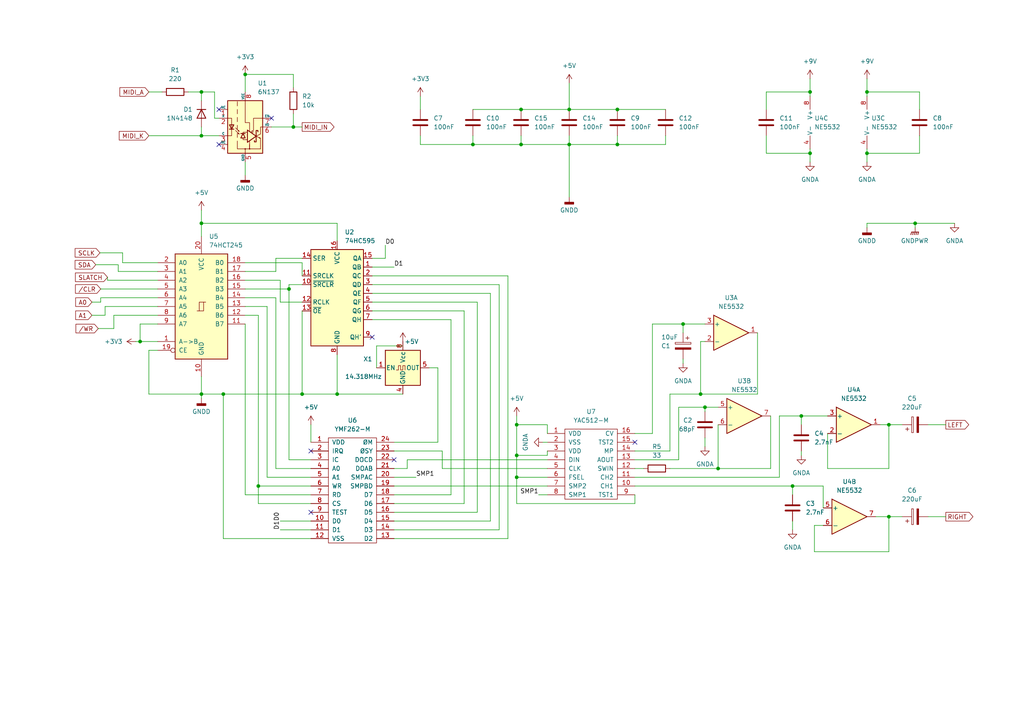
<source format=kicad_sch>
(kicad_sch (version 20230121) (generator eeschema)
  (paper "A4")
  (lib_symbols
    (symbol "74xx:74HC245" (pin_names (offset 1.016))
      (property "Reference" "U" (at -7.62 16.51 0))
      (property "Value" "74HC245" (at -7.62 -16.51 0))
      (symbol "74HC245_1_0"
        (polyline (pts (xy -0.635 -1.27) (xy -0.635 1.27) (xy 0.635 1.27)))
        (polyline (pts (xy -1.27 -1.27) (xy 0.635 -1.27) (xy 0.635 1.27) (xy 1.27 1.27)))
        (pin input line (at -12.7 -10.16 0) (length 5.08) (name "A->B") (number "1"))
        (pin power_in line (at 0 -20.32 90) (length 5.08) (name "GND") (number "10"))
        (pin tri_state line (at 12.7 -5.08 180) (length 5.08) (name "B7") (number "11"))
        (pin tri_state line (at 12.7 -2.54 180) (length 5.08) (name "B6") (number "12"))
        (pin tri_state line (at 12.7 0 180) (length 5.08) (name "B5") (number "13"))
        (pin tri_state line (at 12.7 2.54 180) (length 5.08) (name "B4") (number "14"))
        (pin tri_state line (at 12.7 5.08 180) (length 5.08) (name "B3") (number "15"))
        (pin tri_state line (at 12.7 7.62 180) (length 5.08) (name "B2") (number "16"))
        (pin tri_state line (at 12.7 10.16 180) (length 5.08) (name "B1") (number "17"))
        (pin tri_state line (at 12.7 12.7 180) (length 5.08) (name "B0") (number "18"))
        (pin input inverted (at -12.7 -12.7 0) (length 5.08) (name "CE") (number "19"))
        (pin tri_state line (at -12.7 12.7 0) (length 5.08) (name "A0") (number "2"))
        (pin power_in line (at 0 20.32 270) (length 5.08) (name "VCC") (number "20"))
        (pin tri_state line (at -12.7 10.16 0) (length 5.08) (name "A1") (number "3"))
        (pin tri_state line (at -12.7 7.62 0) (length 5.08) (name "A2") (number "4"))
        (pin tri_state line (at -12.7 5.08 0) (length 5.08) (name "A3") (number "5"))
        (pin tri_state line (at -12.7 2.54 0) (length 5.08) (name "A4") (number "6"))
        (pin tri_state line (at -12.7 0 0) (length 5.08) (name "A5") (number "7"))
        (pin tri_state line (at -12.7 -2.54 0) (length 5.08) (name "A6") (number "8"))
        (pin tri_state line (at -12.7 -5.08 0) (length 5.08) (name "A7") (number "9"))
      )
      (symbol "74HC245_1_1"
        (rectangle (start -7.62 15.24) (end 7.62 -15.24) (stroke (width 0.254)) (fill (type background)))
      )
    )
    (symbol "74xx:74HC595"
      (property "Reference" "U" (at -7.62 13.97 0))
      (property "Value" "74HC595" (at -7.62 -16.51 0))
      (symbol "74HC595_1_0"
        (pin tri_state line (at 10.16 7.62 180) (length 2.54) (name "QB") (number "1"))
        (pin input line (at -10.16 2.54 0) (length 2.54) (name "~{SRCLR}") (number "10"))
        (pin input line (at -10.16 5.08 0) (length 2.54) (name "SRCLK") (number "11"))
        (pin input line (at -10.16 -2.54 0) (length 2.54) (name "RCLK") (number "12"))
        (pin input line (at -10.16 -5.08 0) (length 2.54) (name "~{OE}") (number "13"))
        (pin input line (at -10.16 10.16 0) (length 2.54) (name "SER") (number "14"))
        (pin tri_state line (at 10.16 10.16 180) (length 2.54) (name "QA") (number "15"))
        (pin power_in line (at 0 15.24 270) (length 2.54) (name "VCC") (number "16"))
        (pin tri_state line (at 10.16 5.08 180) (length 2.54) (name "QC") (number "2"))
        (pin tri_state line (at 10.16 2.54 180) (length 2.54) (name "QD") (number "3"))
        (pin tri_state line (at 10.16 0 180) (length 2.54) (name "QE") (number "4"))
        (pin tri_state line (at 10.16 -2.54 180) (length 2.54) (name "QF") (number "5"))
        (pin tri_state line (at 10.16 -5.08 180) (length 2.54) (name "QG") (number "6"))
        (pin tri_state line (at 10.16 -7.62 180) (length 2.54) (name "QH") (number "7"))
        (pin power_in line (at 0 -17.78 90) (length 2.54) (name "GND") (number "8"))
        (pin output line (at 10.16 -12.7 180) (length 2.54) (name "QH'") (number "9"))
      )
      (symbol "74HC595_1_1"
        (rectangle (start -7.62 12.7) (end 7.62 -15.24) (stroke (width 0.254)) (fill (type background)))
      )
    )
    (symbol "Amplifier_Operational:NE5532" (pin_names (offset 0.127))
      (property "Reference" "U" (at 0 5.08 0))
      (property "Value" "NE5532" (at 0 -5.08 0))
      (symbol "NE5532_1_1"
        (polyline (pts (xy -5.08 5.08) (xy 5.08 0) (xy -5.08 -5.08) (xy -5.08 5.08)) (stroke (width 0.254)) (fill (type background)))
        (pin output line (at 7.62 0 180) (length 2.54) (name "~") (number "1"))
        (pin input line (at -7.62 -2.54 0) (length 2.54) (name "-") (number "2"))
        (pin input line (at -7.62 2.54 0) (length 2.54) (name "+") (number "3"))
      )
      (symbol "NE5532_2_1"
        (polyline (pts (xy -5.08 5.08) (xy 5.08 0) (xy -5.08 -5.08) (xy -5.08 5.08)) (stroke (width 0.254)) (fill (type background)))
        (pin input line (at -7.62 2.54 0) (length 2.54) (name "+") (number "5"))
        (pin input line (at -7.62 -2.54 0) (length 2.54) (name "-") (number "6"))
        (pin output line (at 7.62 0 180) (length 2.54) (name "~") (number "7"))
      )
      (symbol "NE5532_3_1"
        (pin power_in line (at -2.54 -7.62 90) (length 3.81) (name "V-") (number "4"))
        (pin power_in line (at -2.54 7.62 270) (length 3.81) (name "V+") (number "8"))
      )
    )
    (symbol "Device:C" (pin_numbers hide) (pin_names (offset 0.254))
      (property "Reference" "C" (at 0.635 2.54 0))
      (property "Value" "C" (at 0.635 -2.54 0))
      (symbol "C_0_1"
        (polyline (pts (xy -2.032 -0.762) (xy 2.032 -0.762)) (stroke (width 0.508)))
        (polyline (pts (xy -2.032 0.762) (xy 2.032 0.762)) (stroke (width 0.508)))
      )
      (symbol "C_1_1"
        (pin passive line (at 0 3.81 270) (length 2.794) (name "~") (number "1"))
        (pin passive line (at 0 -3.81 90) (length 2.794) (name "~") (number "2"))
      )
    )
    (symbol "Device:C_Polarized" (pin_numbers hide) (pin_names (offset 0.254))
      (property "Reference" "C" (at 0.635 2.54 0))
      (property "Value" "C_Polarized" (at 0.635 -2.54 0))
      (symbol "C_Polarized_0_1"
        (rectangle (start -2.286 0.508) (end 2.286 1.016))
        (polyline (pts (xy -1.778 2.286) (xy -0.762 2.286)))
        (polyline (pts (xy -1.27 2.794) (xy -1.27 1.778)))
        (rectangle (start 2.286 -0.508) (end -2.286 -1.016) (fill (type outline)))
      )
      (symbol "C_Polarized_1_1"
        (pin passive line (at 0 3.81 270) (length 2.794) (name "~") (number "1"))
        (pin passive line (at 0 -3.81 90) (length 2.794) (name "~") (number "2"))
      )
    )
    (symbol "Device:R" (pin_numbers hide) (pin_names (offset 0))
      (property "Reference" "R" (at 2.032 0 90))
      (property "Value" "R" (at 0 0 90))
      (symbol "R_0_1"
        (rectangle (start -1.016 -2.54) (end 1.016 2.54) (stroke (width 0.254)))
      )
      (symbol "R_1_1"
        (pin passive line (at 0 3.81 270) (length 1.27) (name "~") (number "1"))
        (pin passive line (at 0 -3.81 90) (length 1.27) (name "~") (number "2"))
      )
    )
    (symbol "Diode:1N4148" (pin_numbers hide) (pin_names hide)
      (property "Reference" "D" (at 0 2.54 0))
      (property "Value" "1N4148" (at 0 -2.54 0))
      (symbol "1N4148_0_1"
        (polyline (pts (xy -1.27 1.27) (xy -1.27 -1.27)) (stroke (width 0.254)))
        (polyline (pts (xy 1.27 0) (xy -1.27 0)))
        (polyline (pts (xy 1.27 1.27) (xy 1.27 -1.27) (xy -1.27 0) (xy 1.27 1.27)) (stroke (width 0.254)))
      )
      (symbol "1N4148_1_1"
        (pin passive line (at -3.81 0 0) (length 2.54) (name "K") (number "1"))
        (pin passive line (at 3.81 0 180) (length 2.54) (name "A") (number "2"))
      )
    )
    (symbol "Isolator:6N137" (pin_names (offset 0))
      (property "Reference" "U" (at -4.064 8.89 0))
      (property "Value" "6N137" (at 0 -8.89 0))
      (symbol "6N137_0_1"
        (polyline (pts (xy 0 -6.35) (xy -2.286 -6.35) (xy -2.286 -4.064)))
        (polyline (pts (xy -5.08 -2.54) (xy -3.937 -2.54) (xy -3.937 2.54) (xy -5.08 2.54)))
        (polyline (pts (xy 1.27 -5.08) (xy 1.27 -6.35) (xy 0 -6.35) (xy 0 -7.62)))
        (polyline (pts (xy 3.175 -2.667) (xy 0.635 -4.445) (xy 0.635 -0.889) (xy 3.175 -2.667)) (stroke (width 0.254)))
        (polyline (pts (xy -2.794 -1.016) (xy -1.717 -2.093) (xy -2.076 -1.914) (xy -1.896 -1.734) (xy -1.717 -2.093)))
        (polyline (pts (xy -2.794 -0.254) (xy -1.717 -1.331) (xy -2.076 -1.152) (xy -1.896 -0.972) (xy -1.717 -1.331)))
      )
      (symbol "6N137_1_1"
        (rectangle (start -5.08 7.62) (end 5.08 -7.62) (stroke (width 0.254)) (fill (type background)))
        (circle (center 0 -6.35) (radius 0.127) (fill (type outline)))
        (polyline (pts (xy -4.572 -0.635) (xy -3.302 -0.635)) (stroke (width 0.254)))
        (polyline (pts (xy -2.286 -1.778) (xy -2.286 -3.048)))
        (polyline (pts (xy -2.286 0.508) (xy -2.286 -0.762)))
        (polyline (pts (xy -2.286 2.794) (xy -2.286 1.524)))
        (polyline (pts (xy -2.286 5.08) (xy -2.286 3.81)))
        (polyline (pts (xy -2.286 7.366) (xy -2.286 6.096)))
        (polyline (pts (xy -1.27 -1.905) (xy 0 -1.905)) (stroke (width 0.254)))
        (polyline (pts (xy -0.635 -3.302) (xy -0.635 -3.683) (xy 0.635 -3.683)))
        (polyline (pts (xy -0.635 -1.905) (xy -0.635 -1.524) (xy 0.508 -1.524)))
        (polyline (pts (xy 1.27 -4.064) (xy 1.27 -6.35) (xy 4.445 -6.35)))
        (polyline (pts (xy 3.175 -2.667) (xy 4.445 -3.302) (xy 4.445 -6.35)))
        (polyline (pts (xy -3.937 -0.635) (xy -4.572 0.635) (xy -3.302 0.635) (xy -3.937 -0.635)) (stroke (width 0.254)))
        (polyline (pts (xy -0.635 -1.905) (xy -1.27 -3.175) (xy 0 -3.175) (xy -0.635 -1.905)) (stroke (width 0.254)))
        (polyline (pts (xy 1.27 -1.27) (xy 1.27 1.27) (xy 0 1.27) (xy 0 7.62)))
        (polyline (pts (xy 2.1844 -1.1684) (xy 2.413 -0.889) (xy 2.413 2.54) (xy 5.08 2.54)))
        (polyline (pts (xy 3.175 -2.667) (xy 3.175 -4.318) (xy 2.667 -4.318) (xy 2.667 -3.937)) (stroke (width 0.254)))
        (polyline (pts (xy 3.175 -2.667) (xy 3.175 -1.016) (xy 3.683 -1.016) (xy 3.683 -1.397)) (stroke (width 0.254)))
        (polyline (pts (xy 3.175 -2.667) (xy 4.445 -2.032) (xy 4.445 0) (xy 5.08 0)))
        (polyline (pts (xy 4.445 -3.302) (xy 4.161 -3.018) (xy 4.047 -3.246) (xy 4.445 -3.302)) (stroke (width 0.127)) (fill (type outline)))
        (circle (center 1.27 -6.35) (radius 0.127) (fill (type outline)))
        (circle (center 2.032 -1.397) (radius 0.254))
        (pin passive line (at -7.62 5.08 0) (length 2.54) (name "NC") (number "1"))
        (pin passive line (at -7.62 2.54 0) (length 2.54) (name "A") (number "2"))
        (pin passive line (at -7.62 -2.54 0) (length 2.54) (name "C") (number "3"))
        (pin passive line (at -7.62 -5.08 0) (length 2.54) (name "NC") (number "4"))
        (pin power_in line (at 0 -10.16 90) (length 2.54) (name "GND") (number "5"))
        (pin open_collector line (at 7.62 0 180) (length 2.54) (name "VO") (number "6"))
        (pin input line (at 7.62 2.54 180) (length 2.54) (name "EN") (number "7"))
        (pin power_in line (at 0 10.16 270) (length 2.54) (name "VCC") (number "8"))
      )
    )
    (symbol "OPL3:YAC512-M" (pin_names (offset 1.016))
      (property "Reference" "U" (at 6.35 5.08 0))
      (property "Value" "YAC512-M" (at 10.16 2.54 0))
      (symbol "YAC512-M_0_1"
        (rectangle (start 5.08 1.27) (end 20.32 -19.05))
      )
      (symbol "YAC512-M_1_1"
        (pin input line (at 0 0 0) (length 5.08) (name "VDD") (number "1"))
        (pin input line (at 25.4 -15.24 180) (length 5.08) (name "CH1") (number "10"))
        (pin input line (at 25.4 -12.7 180) (length 5.08) (name "CH2") (number "11"))
        (pin input line (at 25.4 -10.16 180) (length 5.08) (name "SWIN") (number "12"))
        (pin input line (at 25.4 -7.62 180) (length 5.08) (name "AOUT") (number "13"))
        (pin input line (at 25.4 -5.08 180) (length 5.08) (name "MP") (number "14"))
        (pin input line (at 25.4 -2.54 180) (length 5.08) (name "TST2") (number "15"))
        (pin input line (at 25.4 0 180) (length 5.08) (name "CV") (number "16"))
        (pin input line (at 0 -2.54 0) (length 5.08) (name "VSS") (number "2"))
        (pin input line (at 0 -5.08 0) (length 5.08) (name "VDD") (number "3"))
        (pin input line (at 0 -7.62 0) (length 5.08) (name "DIN") (number "4"))
        (pin input line (at 0 -10.16 0) (length 5.08) (name "CLK") (number "5"))
        (pin input line (at 0 -12.7 0) (length 5.08) (name "FSEL") (number "6"))
        (pin input line (at 0 -15.24 0) (length 5.08) (name "SMP2") (number "7"))
        (pin input line (at 0 -17.78 0) (length 5.08) (name "SMP1") (number "8"))
        (pin input line (at 25.4 -17.78 180) (length 5.08) (name "TST1") (number "9"))
      )
    )
    (symbol "OPL3:YMF262-M" (pin_names (offset 1.016))
      (property "Reference" "U" (at 2.54 5.08 0))
      (property "Value" "YMF262-M" (at 6.35 2.54 0))
      (symbol "YMF262-M_0_1"
        (rectangle (start 0 1.27) (end 13.97 -29.21))
      )
      (symbol "YMF262-M_1_1"
        (pin input line (at -5.08 0 0) (length 5.08) (name "VDD") (number "1"))
        (pin input line (at -5.08 -22.86 0) (length 5.08) (name "D0") (number "10"))
        (pin input line (at -5.08 -25.4 0) (length 5.08) (name "D1") (number "11"))
        (pin input line (at -5.08 -27.94 0) (length 5.08) (name "VSS") (number "12"))
        (pin input line (at 19.05 -27.94 180) (length 5.08) (name "D2") (number "13"))
        (pin input line (at 19.05 -25.4 180) (length 5.08) (name "D3") (number "14"))
        (pin input line (at 19.05 -22.86 180) (length 5.08) (name "D4") (number "15"))
        (pin input line (at 19.05 -20.32 180) (length 5.08) (name "D5") (number "16"))
        (pin input line (at 19.05 -17.78 180) (length 5.08) (name "D6") (number "17"))
        (pin input line (at 19.05 -15.24 180) (length 5.08) (name "D7") (number "18"))
        (pin input line (at 19.05 -12.7 180) (length 5.08) (name "SMPBD") (number "19"))
        (pin input line (at -5.08 -2.54 0) (length 5.08) (name "IRQ") (number "2"))
        (pin input line (at 19.05 -10.16 180) (length 5.08) (name "SMPAC") (number "20"))
        (pin input line (at 19.05 -7.62 180) (length 5.08) (name "DOAB") (number "21"))
        (pin input line (at 19.05 -5.08 180) (length 5.08) (name "DOCD") (number "22"))
        (pin input line (at 19.05 -2.54 180) (length 5.08) (name "ØSY") (number "23"))
        (pin input line (at 19.05 0 180) (length 5.08) (name "ØM") (number "24"))
        (pin input line (at -5.08 -5.08 0) (length 5.08) (name "IC") (number "3"))
        (pin input line (at -5.08 -7.62 0) (length 5.08) (name "A0") (number "4"))
        (pin input line (at -5.08 -10.16 0) (length 5.08) (name "A1") (number "5"))
        (pin input line (at -5.08 -12.7 0) (length 5.08) (name "WR") (number "6"))
        (pin input line (at -5.08 -15.24 0) (length 5.08) (name "RD") (number "7"))
        (pin input line (at -5.08 -17.78 0) (length 5.08) (name "CS") (number "8"))
        (pin input line (at -5.08 -20.32 0) (length 5.08) (name "TEST") (number "9"))
      )
    )
    (symbol "Oscillator:CXO_DIP8" (pin_names (offset 0.254))
      (property "Reference" "X" (at -5.08 6.35 0))
      (property "Value" "CXO_DIP8" (at 1.27 -6.35 0))
      (symbol "CXO_DIP8_0_1"
        (rectangle (start -5.08 5.08) (end 5.08 -5.08) (stroke (width 0.254)) (fill (type background)))
        (polyline (pts (xy -1.905 -0.635) (xy -1.27 -0.635) (xy -1.27 0.635) (xy -0.635 0.635) (xy -0.635 -0.635) (xy 0 -0.635) (xy 0 0.635) (xy 0.635 0.635) (xy 0.635 -0.635)))
      )
      (symbol "CXO_DIP8_1_1"
        (pin input line (at -7.62 0 0) (length 2.54) (name "EN") (number "1"))
        (pin power_in line (at 0 -7.62 90) (length 2.54) (name "GND") (number "4"))
        (pin output line (at 7.62 0 180) (length 2.54) (name "OUT") (number "5"))
        (pin power_in line (at 0 7.62 270) (length 2.54) (name "Vcc") (number "8"))
      )
    )
    (symbol "power:+3V3" (power) (pin_names (offset 0))
      (property "Value" "+3V3" (at 0 3.556 0))
      (symbol "+3V3_0_1"
        (polyline (pts (xy -0.762 1.27) (xy 0 2.54)))
        (polyline (pts (xy 0 0) (xy 0 2.54)))
        (polyline (pts (xy 0 2.54) (xy 0.762 1.27)))
      )
      (symbol "+3V3_1_1"
        (pin power_in line (at 0 0 90) (length 0) hide (name "+3V3") (number "1"))
      )
    )
    (symbol "power:+5V" (power) (pin_names (offset 0))
      (property "Value" "+5V" (at 0 3.556 0))
      (symbol "+5V_0_1"
        (polyline (pts (xy -0.762 1.27) (xy 0 2.54)))
        (polyline (pts (xy 0 0) (xy 0 2.54)))
        (polyline (pts (xy 0 2.54) (xy 0.762 1.27)))
      )
      (symbol "+5V_1_1"
        (pin power_in line (at 0 0 90) (length 0) hide (name "+5V") (number "1"))
      )
    )
    (symbol "power:+9V" (power) (pin_names (offset 0))
      (property "Value" "+9V" (at 0 3.556 0))
      (symbol "+9V_0_1"
        (polyline (pts (xy -0.762 1.27) (xy 0 2.54)))
        (polyline (pts (xy 0 0) (xy 0 2.54)))
        (polyline (pts (xy 0 2.54) (xy 0.762 1.27)))
      )
      (symbol "+9V_1_1"
        (pin power_in line (at 0 0 90) (length 0) hide (name "+9V") (number "1"))
      )
    )
    (symbol "power:GNDA" (power) (pin_names (offset 0))
      (property "Value" "GNDA" (at 0 -3.81 0))
      (symbol "GNDA_0_1"
        (polyline (pts (xy 0 0) (xy 0 -1.27) (xy 1.27 -1.27) (xy 0 -2.54) (xy -1.27 -1.27) (xy 0 -1.27)))
      )
      (symbol "GNDA_1_1"
        (pin power_in line (at 0 0 270) (length 0) hide (name "GNDA") (number "1"))
      )
    )
    (symbol "power:GNDD" (power) (pin_names (offset 0))
      (property "Value" "GNDD" (at 0 -3.175 0))
      (symbol "GNDD_0_1"
        (rectangle (start -1.27 -1.524) (end 1.27 -2.032) (stroke (width 0.254)) (fill (type outline)))
        (polyline (pts (xy 0 0) (xy 0 -1.524)))
      )
      (symbol "GNDD_1_1"
        (pin power_in line (at 0 0 270) (length 0) hide (name "GNDD") (number "1"))
      )
    )
    (symbol "power:GNDPWR" (power) (pin_names (offset 0))
      (property "Value" "GNDPWR" (at 0 -3.302 0))
      (symbol "GNDPWR_0_1"
        (polyline (pts (xy 0 -1.27) (xy 0 0)))
        (polyline (pts (xy -1.016 -1.27) (xy -1.27 -2.032) (xy -1.27 -2.032)) (stroke (width 0.2032)))
        (polyline (pts (xy -0.508 -1.27) (xy -0.762 -2.032) (xy -0.762 -2.032)) (stroke (width 0.2032)))
        (polyline (pts (xy 0 -1.27) (xy -0.254 -2.032) (xy -0.254 -2.032)) (stroke (width 0.2032)))
        (polyline (pts (xy 0.508 -1.27) (xy 0.254 -2.032) (xy 0.254 -2.032)) (stroke (width 0.2032)))
        (polyline (pts (xy 1.016 -1.27) (xy -1.016 -1.27) (xy -1.016 -1.27)) (stroke (width 0.2032)))
        (polyline (pts (xy 1.016 -1.27) (xy 0.762 -2.032) (xy 0.762 -2.032) (xy 0.762 -2.032)) (stroke (width 0.2032)))
      )
      (symbol "GNDPWR_1_1"
        (pin power_in line (at 0 0 270) (length 0) hide (name "GNDPWR") (number "1"))
      )
    )
  )
  (junction (at 232.41 120.65))
  (junction (at 151.13 31.75))
  (junction (at 83.82 83.82))
  (junction (at 58.42 64.77))
  (junction (at 165.1 41.91))
  (junction (at 257.81 149.86))
  (junction (at 40.64 99.06))
  (junction (at 165.1 31.75))
  (junction (at 149.86 138.43))
  (junction (at 149.86 123.19))
  (junction (at 204.47 118.11))
  (junction (at 97.79 114.3))
  (junction (at 58.42 39.37))
  (junction (at 198.12 93.98))
  (junction (at 137.16 41.91))
  (junction (at 234.95 26.67))
  (junction (at 149.86 132.08))
  (junction (at 85.09 36.83))
  (junction (at 179.07 31.75))
  (junction (at 64.77 114.3))
  (junction (at 87.63 114.3))
  (junction (at 203.2 114.3))
  (junction (at 229.87 140.97))
  (junction (at 251.46 26.67))
  (junction (at 251.46 44.45))
  (junction (at 265.43 64.77))
  (junction (at 257.81 123.19))
  (junction (at 71.12 21.59))
  (junction (at 58.42 26.67))
  (junction (at 179.07 41.91))
  (junction (at 74.93 140.97))
  (junction (at 58.42 114.3))
  (junction (at 208.28 135.89))
  (junction (at 234.95 44.45))
  (junction (at 151.13 41.91))
  (no_connect (at 63.5 31.75))
  (no_connect (at 107.95 97.79))
  (no_connect (at 63.5 41.91))
  (no_connect (at 90.17 148.59))
  (no_connect (at 78.74 34.29))
  (no_connect (at 90.17 130.81))
  (no_connect (at 114.3 133.35))
  (no_connect (at 184.15 128.27))
  (wire (pts (xy 45.72 88.9) (xy 30.48 88.9)))
  (wire (pts (xy 158.75 123.19) (xy 158.75 125.73)))
  (wire (pts (xy 71.12 21.59) (xy 71.12 26.67)))
  (wire (pts (xy 151.13 41.91) (xy 151.13 39.37)))
  (wire (pts (xy 226.06 120.65) (xy 232.41 120.65)))
  (wire (pts (xy 116.84 100.33) (xy 109.22 100.33)))
  (wire (pts (xy 85.09 33.02) (xy 85.09 36.83)))
  (wire (pts (xy 71.12 21.59) (xy 85.09 21.59)))
  (wire (pts (xy 71.12 46.99) (xy 71.12 50.8)))
  (wire (pts (xy 149.86 138.43) (xy 149.86 132.08)))
  (wire (pts (xy 45.72 99.06) (xy 40.64 99.06)))
  (wire (pts (xy 81.28 153.67) (xy 90.17 153.67)))
  (wire (pts (xy 134.62 90.17) (xy 107.95 90.17)))
  (wire (pts (xy 269.24 123.19) (xy 274.32 123.19)))
  (wire (pts (xy 31.1925 81.28) (xy 45.72 81.28)))
  (wire (pts (xy 29.21 86.36) (xy 29.21 87.63)))
  (wire (pts (xy 28.4999 95.2924) (xy 33.02 95.2924)))
  (wire (pts (xy 158.75 138.43) (xy 149.86 138.43)))
  (wire (pts (xy 34.29 78.74) (xy 45.72 78.74)))
  (wire (pts (xy 138.43 148.59) (xy 114.3 148.59)))
  (wire (pts (xy 222.25 44.45) (xy 234.95 44.45)))
  (wire (pts (xy 43.18 39.37) (xy 58.42 39.37)))
  (wire (pts (xy 114.3 151.13) (xy 142.24 151.13)))
  (wire (pts (xy 137.16 41.91) (xy 151.13 41.91)))
  (wire (pts (xy 179.07 41.91) (xy 193.04 41.91)))
  (wire (pts (xy 107.95 87.63) (xy 138.43 87.63)))
  (wire (pts (xy 81.28 151.13) (xy 90.17 151.13)))
  (wire (pts (xy 83.82 83.82) (xy 83.82 133.35)))
  (wire (pts (xy 184.15 146.05) (xy 149.86 146.05)))
  (wire (pts (xy 208.28 118.11) (xy 204.47 118.11)))
  (wire (pts (xy 74.93 140.97) (xy 74.93 146.05)))
  (wire (pts (xy 26.67 91.44) (xy 30.48 91.44)))
  (wire (pts (xy 219.71 114.3) (xy 203.2 114.3)))
  (wire (pts (xy 198.12 93.98) (xy 204.47 93.98)))
  (wire (pts (xy 144.78 82.55) (xy 107.95 82.55)))
  (wire (pts (xy 77.47 138.43) (xy 90.17 138.43)))
  (wire (pts (xy 62.23 34.29) (xy 63.5 34.29)))
  (wire (pts (xy 149.86 120.65) (xy 149.86 123.19)))
  (wire (pts (xy 58.42 26.67) (xy 62.23 26.67)))
  (wire (pts (xy 149.86 123.19) (xy 158.75 123.19)))
  (wire (pts (xy 222.25 26.67) (xy 234.95 26.67)))
  (wire (pts (xy 236.22 152.4) (xy 238.76 152.4)))
  (wire (pts (xy 58.42 114.3) (xy 64.77 114.3)))
  (wire (pts (xy 81.28 81.28) (xy 81.28 87.63)))
  (wire (pts (xy 147.32 156.21) (xy 114.3 156.21)))
  (wire (pts (xy 90.17 156.21) (xy 64.77 156.21)))
  (wire (pts (xy 254 149.86) (xy 257.81 149.86)))
  (wire (pts (xy 45.72 91.44) (xy 33.02 91.44)))
  (wire (pts (xy 107.95 92.71) (xy 130.81 92.71)))
  (wire (pts (xy 142.24 85.09) (xy 142.24 151.13)))
  (wire (pts (xy 87.63 76.2) (xy 87.63 80.01)))
  (wire (pts (xy 43.18 26.67) (xy 46.99 26.67)))
  (wire (pts (xy 266.7 39.37) (xy 266.7 44.45)))
  (wire (pts (xy 179.07 31.75) (xy 193.04 31.75)))
  (wire (pts (xy 118.11 133.35) (xy 118.11 135.89)))
  (wire (pts (xy 165.1 41.91) (xy 165.1 57.15)))
  (wire (pts (xy 165.1 31.75) (xy 179.07 31.75)))
  (wire (pts (xy 229.87 151.13) (xy 229.87 153.67)))
  (wire (pts (xy 85.09 25.4) (xy 85.09 21.59)))
  (wire (pts (xy 194.31 114.3) (xy 203.2 114.3)))
  (wire (pts (xy 184.15 140.97) (xy 229.87 140.97)))
  (wire (pts (xy 232.41 130.81) (xy 232.41 132.08)))
  (wire (pts (xy 71.12 83.82) (xy 83.82 83.82)))
  (wire (pts (xy 27.7775 76.7849) (xy 34.29 76.7849)))
  (wire (pts (xy 179.07 39.37) (xy 179.07 41.91)))
  (wire (pts (xy 35.56 76.2) (xy 45.72 76.2)))
  (wire (pts (xy 232.41 120.65) (xy 232.41 123.19)))
  (wire (pts (xy 257.81 123.19) (xy 257.81 135.89)))
  (wire (pts (xy 87.63 74.93) (xy 80.01 74.93)))
  (wire (pts (xy 208.28 135.89) (xy 223.52 135.89)))
  (wire (pts (xy 208.28 123.19) (xy 208.28 135.89)))
  (wire (pts (xy 58.42 39.37) (xy 63.5 39.37)))
  (wire (pts (xy 58.42 64.77) (xy 58.42 68.58)))
  (wire (pts (xy 58.42 64.77) (xy 97.79 64.77)))
  (wire (pts (xy 40.64 99.06) (xy 39.37 99.06)))
  (wire (pts (xy 234.95 44.45) (xy 234.95 46.99)))
  (wire (pts (xy 97.79 114.3) (xy 116.84 114.3)))
  (wire (pts (xy 149.86 123.19) (xy 149.86 132.08)))
  (wire (pts (xy 107.95 77.47) (xy 114.3 77.47)))
  (wire (pts (xy 114.3 146.05) (xy 134.62 146.05)))
  (wire (pts (xy 29.21 87.63) (xy 26.67 87.63)))
  (wire (pts (xy 80.01 78.74) (xy 71.12 78.74)))
  (wire (pts (xy 90.17 146.05) (xy 74.93 146.05)))
  (wire (pts (xy 137.16 41.91) (xy 121.92 41.91)))
  (wire (pts (xy 71.12 93.98) (xy 71.12 143.51)))
  (wire (pts (xy 251.46 44.45) (xy 251.46 46.99)))
  (wire (pts (xy 266.7 31.75) (xy 266.7 26.67)))
  (wire (pts (xy 34.29 76.7849) (xy 34.29 78.74)))
  (wire (pts (xy 80.01 135.89) (xy 90.17 135.89)))
  (wire (pts (xy 189.23 125.73) (xy 189.23 93.98)))
  (wire (pts (xy 83.82 133.35) (xy 90.17 133.35)))
  (wire (pts (xy 229.87 140.97) (xy 238.76 140.97)))
  (wire (pts (xy 45.72 93.98) (xy 40.64 93.98)))
  (wire (pts (xy 222.25 31.75) (xy 222.25 26.67)))
  (wire (pts (xy 62.23 26.67) (xy 62.23 34.29)))
  (wire (pts (xy 114.3 130.81) (xy 128.27 130.81)))
  (wire (pts (xy 196.85 133.35) (xy 184.15 133.35)))
  (wire (pts (xy 204.47 118.11) (xy 204.47 119.38)))
  (wire (pts (xy 80.01 86.36) (xy 80.01 135.89)))
  (wire (pts (xy 238.76 140.97) (xy 238.76 147.32)))
  (wire (pts (xy 58.42 114.3) (xy 58.42 115.57)))
  (wire (pts (xy 28.9918 73.3307) (xy 35.56 73.3307)))
  (wire (pts (xy 78.74 36.83) (xy 85.09 36.83)))
  (wire (pts (xy 266.7 26.67) (xy 251.46 26.67)))
  (wire (pts (xy 194.31 135.89) (xy 208.28 135.89)))
  (wire (pts (xy 118.11 135.89) (xy 114.3 135.89)))
  (wire (pts (xy 80.01 74.93) (xy 80.01 78.74)))
  (wire (pts (xy 269.24 149.86) (xy 274.32 149.86)))
  (wire (pts (xy 111.76 74.93) (xy 111.76 71.12)))
  (wire (pts (xy 83.82 82.55) (xy 87.63 82.55)))
  (wire (pts (xy 33.02 91.44) (xy 33.02 95.2924)))
  (wire (pts (xy 203.2 99.06) (xy 203.2 114.3)))
  (wire (pts (xy 229.87 140.97) (xy 229.87 143.51)))
  (wire (pts (xy 30.48 88.9) (xy 30.48 91.44)))
  (wire (pts (xy 58.42 109.22) (xy 58.42 114.3)))
  (wire (pts (xy 130.81 92.71) (xy 130.81 143.51)))
  (wire (pts (xy 257.81 123.19) (xy 261.62 123.19)))
  (wire (pts (xy 31.1925 81.28) (xy 31.1925 80.4224)))
  (wire (pts (xy 114.3 140.97) (xy 158.75 140.97)))
  (wire (pts (xy 240.03 135.89) (xy 240.03 125.73)))
  (wire (pts (xy 251.46 66.04) (xy 251.46 64.77)))
  (wire (pts (xy 43.18 101.6) (xy 45.72 101.6)))
  (wire (pts (xy 257.81 149.86) (xy 261.62 149.86)))
  (wire (pts (xy 234.95 43.18) (xy 234.95 44.45)))
  (wire (pts (xy 257.81 135.89) (xy 240.03 135.89)))
  (wire (pts (xy 121.92 27.94) (xy 121.92 31.75)))
  (wire (pts (xy 114.3 143.51) (xy 130.81 143.51)))
  (wire (pts (xy 107.95 80.01) (xy 147.32 80.01)))
  (wire (pts (xy 54.61 26.67) (xy 58.42 26.67)))
  (wire (pts (xy 226.06 138.43) (xy 226.06 120.65)))
  (wire (pts (xy 234.95 22.86) (xy 234.95 26.67)))
  (wire (pts (xy 97.79 102.87) (xy 97.79 114.3)))
  (wire (pts (xy 58.42 26.67) (xy 58.42 29.21)))
  (wire (pts (xy 236.22 160.02) (xy 236.22 152.4)))
  (wire (pts (xy 45.72 86.36) (xy 29.21 86.36)))
  (wire (pts (xy 107.95 74.93) (xy 111.76 74.93)))
  (wire (pts (xy 71.12 143.51) (xy 90.17 143.51)))
  (wire (pts (xy 219.71 96.52) (xy 219.71 114.3)))
  (wire (pts (xy 196.85 118.11) (xy 196.85 133.35)))
  (wire (pts (xy 151.13 31.75) (xy 165.1 31.75)))
  (wire (pts (xy 127 106.68) (xy 124.46 106.68)))
  (wire (pts (xy 204.47 118.11) (xy 196.85 118.11)))
  (wire (pts (xy 149.86 132.08) (xy 158.75 132.08)))
  (wire (pts (xy 71.12 81.28) (xy 81.28 81.28)))
  (wire (pts (xy 121.92 41.91) (xy 121.92 39.37)))
  (wire (pts (xy 222.25 39.37) (xy 222.25 44.45)))
  (wire (pts (xy 81.28 87.63) (xy 87.63 87.63)))
  (wire (pts (xy 165.1 24.13) (xy 165.1 31.75)))
  (wire (pts (xy 64.77 156.21) (xy 64.77 114.3)))
  (wire (pts (xy 40.64 93.98) (xy 40.64 99.06)))
  (wire (pts (xy 90.17 123.19) (xy 90.17 128.27)))
  (wire (pts (xy 257.81 149.86) (xy 257.81 160.02)))
  (wire (pts (xy 77.47 88.9) (xy 77.47 138.43)))
  (wire (pts (xy 114.3 138.43) (xy 120.65 138.43)))
  (wire (pts (xy 157.48 128.27) (xy 158.75 128.27)))
  (wire (pts (xy 198.12 93.98) (xy 198.12 96.52)))
  (wire (pts (xy 97.79 69.85) (xy 97.79 64.77)))
  (wire (pts (xy 184.15 138.43) (xy 226.06 138.43)))
  (wire (pts (xy 232.41 120.65) (xy 240.03 120.65)))
  (wire (pts (xy 29.21 83.82) (xy 45.72 83.82)))
  (wire (pts (xy 266.7 44.45) (xy 251.46 44.45)))
  (wire (pts (xy 71.12 88.9) (xy 77.47 88.9)))
  (wire (pts (xy 35.56 73.3307) (xy 35.56 76.2)))
  (wire (pts (xy 85.09 36.83) (xy 87.63 36.83)))
  (wire (pts (xy 71.12 91.44) (xy 74.93 91.44)))
  (wire (pts (xy 165.1 39.37) (xy 165.1 41.91)))
  (wire (pts (xy 194.31 130.81) (xy 194.31 114.3)))
  (wire (pts (xy 184.15 143.51) (xy 184.15 146.05)))
  (wire (pts (xy 265.43 64.77) (xy 276.86 64.77)))
  (wire (pts (xy 128.27 135.89) (xy 158.75 135.89)))
  (wire (pts (xy 74.93 91.44) (xy 74.93 140.97)))
  (wire (pts (xy 58.42 60.96) (xy 58.42 64.77)))
  (wire (pts (xy 184.15 135.89) (xy 186.69 135.89)))
  (wire (pts (xy 134.62 146.05) (xy 134.62 90.17)))
  (wire (pts (xy 87.63 90.17) (xy 87.63 114.3)))
  (wire (pts (xy 71.12 86.36) (xy 80.01 86.36)))
  (wire (pts (xy 193.04 39.37) (xy 193.04 41.91)))
  (wire (pts (xy 128.27 130.81) (xy 128.27 135.89)))
  (wire (pts (xy 137.16 31.75) (xy 151.13 31.75)))
  (wire (pts (xy 83.82 83.82) (xy 83.82 82.55)))
  (wire (pts (xy 203.2 99.06) (xy 204.47 99.06)))
  (wire (pts (xy 198.12 104.14) (xy 198.12 105.41)))
  (wire (pts (xy 265.43 66.04) (xy 265.43 64.77)))
  (wire (pts (xy 64.77 114.3) (xy 87.63 114.3)))
  (wire (pts (xy 58.42 36.83) (xy 58.42 39.37)))
  (wire (pts (xy 184.15 130.81) (xy 194.31 130.81)))
  (wire (pts (xy 234.95 26.67) (xy 234.95 27.94)))
  (wire (pts (xy 114.3 128.27) (xy 127 128.27)))
  (wire (pts (xy 158.75 132.08) (xy 158.75 130.81)))
  (wire (pts (xy 109.22 100.33) (xy 109.22 106.68)))
  (wire (pts (xy 107.95 85.09) (xy 142.24 85.09)))
  (wire (pts (xy 257.81 160.02) (xy 236.22 160.02)))
  (wire (pts (xy 223.52 120.65) (xy 223.52 135.89)))
  (wire (pts (xy 137.16 39.37) (xy 137.16 41.91)))
  (wire (pts (xy 151.13 41.91) (xy 165.1 41.91)))
  (wire (pts (xy 71.12 76.2) (xy 87.63 76.2)))
  (wire (pts (xy 97.79 114.3) (xy 87.63 114.3)))
  (wire (pts (xy 189.23 93.98) (xy 198.12 93.98)))
  (wire (pts (xy 251.46 43.18) (xy 251.46 44.45)))
  (wire (pts (xy 257.81 123.19) (xy 255.27 123.19)))
  (wire (pts (xy 43.18 114.3) (xy 58.42 114.3)))
  (wire (pts (xy 74.93 140.97) (xy 90.17 140.97)))
  (wire (pts (xy 251.46 26.67) (xy 251.46 27.94)))
  (wire (pts (xy 251.46 64.77) (xy 265.43 64.77)))
  (wire (pts (xy 147.32 80.01) (xy 147.32 156.21)))
  (wire (pts (xy 149.86 138.43) (xy 149.86 146.05)))
  (wire (pts (xy 144.78 153.67) (xy 144.78 82.55)))
  (wire (pts (xy 156.21 143.51) (xy 158.75 143.51)))
  (wire (pts (xy 114.3 153.67) (xy 144.78 153.67)))
  (wire (pts (xy 127 106.68) (xy 127 128.27)))
  (wire (pts (xy 251.46 22.86) (xy 251.46 26.67)))
  (wire (pts (xy 158.75 133.35) (xy 118.11 133.35)))
  (wire (pts (xy 165.1 41.91) (xy 179.07 41.91)))
  (wire (pts (xy 204.47 129.54) (xy 204.47 127)))
  (wire (pts (xy 189.23 125.73) (xy 184.15 125.73)))
  (wire (pts (xy 43.18 101.6) (xy 43.18 114.3)))
  (wire (pts (xy 138.43 87.63) (xy 138.43 148.59)))
  (label "D0" (at 81.28 151.13 90))
  (label "SMP1" (at 156.21 143.51 180))
  (label "SMP1" (at 120.65 138.43 0))
  (label "D0" (at 111.76 71.12 0))
  (label "D1" (at 81.28 153.67 90))
  (label "D1" (at 114.3 77.47 0))
  (global_label "MIDI_IN" (shape output) (at 87.63 36.83 0) (property "Intersheetrefs" "${INTERSHEET_REFS}" (effects hide)))
  (global_label "RIGHT" (shape output) (at 274.32 149.86 0) (property "Intersheetrefs" "${INTERSHEET_REFS}" (effects hide)))
  (global_label "A1" (shape input) (at 26.67 91.44 180) (property "Intersheetrefs" "${INTERSHEET_REFS}" (effects hide)))
  (global_label "SCLK" (shape input) (at 28.9918 73.3307 180) (property "Intersheetrefs" "${INTERSHEET_REFS}" (effects hide)))
  (global_label "SLATCH" (shape input) (at 31.1925 80.4224 180) (property "Intersheetrefs" "${INTERSHEET_REFS}" (effects hide)))
  (global_label "A0" (shape input) (at 26.67 87.63 180) (property "Intersheetrefs" "${INTERSHEET_REFS}" (effects hide)))
  (global_label "MIDI_K" (shape input) (at 43.18 39.37 180) (property "Intersheetrefs" "${INTERSHEET_REFS}" (effects hide)))
  (global_label "SDA" (shape input) (at 27.7775 76.7849 180) (property "Intersheetrefs" "${INTERSHEET_REFS}" (effects hide)))
  (global_label "{slash}WR" (shape input) (at 28.4999 95.2924 180) (property "Intersheetrefs" "${INTERSHEET_REFS}" (effects hide)))
  (global_label "MIDI_A" (shape input) (at 43.18 26.67 180) (property "Intersheetrefs" "${INTERSHEET_REFS}" (effects hide)))
  (global_label "LEFT" (shape output) (at 274.32 123.19 0) (property "Intersheetrefs" "${INTERSHEET_REFS}" (effects hide)))
  (global_label "{slash}CLR" (shape input) (at 29.21 83.82 180) (property "Intersheetrefs" "${INTERSHEET_REFS}" (effects hide)))
  (symbol (lib_id "Device:C") (at 204.47 123.19 0) (unit 1)
    (property "Reference" "C2" (at 198.12 121.92 0) (effects (justify left)))
    (property "Value" "68pF" (at 196.85 124.46 0) (effects (justify left)))
  )
  (symbol (lib_id "Amplifier_Operational:NE5532") (at 215.9 120.65 0) (unit 2)
    (property "Reference" "U3" (at 215.9 110.49 0))
    (property "Value" "NE5532" (at 215.9 113.03 0))
    (property "Datasheet" "http://www.ti.com/lit/ds/symlink/ne5532.pdf" (effects hide))
  )
  (symbol (lib_id "power:GNDA") (at 234.95 46.99 0) (unit 1)
    (property "Reference" "#PWR015" (effects hide))
    (property "Value" "GNDA" (at 234.95 52.07 0))
  )
  (symbol (lib_id "Amplifier_Operational:NE5532") (at 237.49 35.56 0) (unit 3)
    (property "Reference" "U4" (at 236.22 34.29 0) (effects (justify left)))
    (property "Value" "NE5532" (at 236.22 36.83 0) (effects (justify left)))
    (property "Datasheet" "http://www.ti.com/lit/ds/symlink/ne5532.pdf" (effects hide))
  )
  (symbol (lib_id "Device:R") (at 50.8 26.67 270) (unit 1)
    (property "Reference" "R1" (at 50.8 20.32 90))
    (property "Value" "220" (at 50.8 22.86 90))
    (property "Footprint" "Resistor_THT:R_Axial_DIN0204_L3.6mm_D1.6mm_P5.08mm_Horizontal" (effects hide))
  )
  (symbol (lib_id "power:+9V") (at 234.95 22.86 0) (unit 1)
    (property "Reference" "#PWR013" (effects hide))
    (property "Value" "+9V" (at 234.95 17.78 0))
  )
  (symbol (lib_id "Amplifier_Operational:NE5532") (at 254 35.56 0) (unit 3)
    (property "Reference" "U3" (at 252.73 34.29 0) (effects (justify left)))
    (property "Value" "NE5532" (at 252.73 36.83 0) (effects (justify left)))
    (property "Datasheet" "http://www.ti.com/lit/ds/symlink/ne5532.pdf" (effects hide))
  )
  (symbol (lib_id "OPL3:YAC512-M") (at 158.75 125.73 0) (unit 1)
    (property "Reference" "U7" (at 171.45 119.38 0))
    (property "Value" "YAC512-M" (at 171.45 121.92 0))
    (property "Footprint" "Package_SO:SOIC-16W_5.3x10.2mm_P1.27mm" (effects hide))
  )
  (symbol (lib_id "power:GNDA") (at 251.46 46.99 0) (unit 1)
    (property "Reference" "#PWR014" (effects hide))
    (property "Value" "GNDA" (at 251.46 52.07 0))
  )
  (symbol (lib_id "Device:C") (at 137.16 35.56 0) (unit 1)
    (property "Reference" "C10" (at 140.97 34.29 0) (effects (justify left)))
    (property "Value" "100nF" (at 140.97 36.83 0) (effects (justify left)))
  )
  (symbol (lib_id "Oscillator:CXO_DIP8") (at 116.84 106.68 0) (unit 1)
    (property "Reference" "X1" (at 106.68 104.14 0))
    (property "Value" "14.318MHz" (at 105.41 109.22 0))
    (property "Footprint" "Oscillator:Oscillator_DIP-8" (effects hide))
    (property "Datasheet" "http://cdn-reichelt.de/documents/datenblatt/B400/OSZI.pdf" (effects hide))
  )
  (symbol (lib_id "power:GNDA") (at 204.47 129.54 0) (unit 1)
    (property "Reference" "#PWR017" (effects hide))
    (property "Value" "GNDA" (at 204.47 134.62 0))
  )
  (symbol (lib_id "Device:C") (at 266.7 35.56 0) (unit 1)
    (property "Reference" "C8" (at 270.51 34.29 0) (effects (justify left)))
    (property "Value" "100nF" (at 270.51 36.83 0) (effects (justify left)))
  )
  (symbol (lib_id "Isolator:6N137") (at 71.12 36.83 0) (unit 1)
    (property "Reference" "U1" (at 74.7461 24.13 0) (effects (justify left)))
    (property "Value" "6N137" (at 74.7461 26.67 0) (effects (justify left)))
    (property "Footprint" "Package_DIP:DIP-20_W7.62mm" (effects hide))
    (property "Datasheet" "https://docs.broadcom.com/docs/AV02-0940EN" (effects hide))
  )
  (symbol (lib_id "power:GNDA") (at 229.87 153.67 0) (unit 1)
    (property "Reference" "#PWR019" (effects hide))
    (property "Value" "GNDA" (at 229.87 158.75 0))
  )
  (symbol (lib_id "power:+3V3") (at 71.12 21.59 0) (unit 1)
    (property "Reference" "#PWR01" (effects hide))
    (property "Value" "+3V3" (at 71.12 16.51 0))
  )
  (symbol (lib_id "Device:C") (at 151.13 35.56 0) (unit 1)
    (property "Reference" "C15" (at 154.94 34.29 0) (effects (justify left)))
    (property "Value" "100nF" (at 154.94 36.83 0) (effects (justify left)))
  )
  (symbol (lib_id "Device:C_Polarized") (at 265.43 149.86 90) (unit 1)
    (property "Reference" "C6" (at 264.541 142.24 90))
    (property "Value" "220uF" (at 264.541 144.78 90))
  )
  (symbol (lib_id "power:GNDD") (at 58.42 115.57 0) (unit 1)
    (property "Reference" "#PWR07" (effects hide))
    (property "Value" "GNDD" (at 58.42 119.38 0))
  )
  (symbol (lib_id "power:GNDPWR") (at 265.43 66.04 0) (unit 1)
    (property "Reference" "#PWR06" (effects hide))
    (property "Value" "GNDPWR" (at 265.303 69.85 0))
  )
  (symbol (lib_id "Device:C_Polarized") (at 265.43 123.19 90) (unit 1)
    (property "Reference" "C5" (at 264.541 115.57 90))
    (property "Value" "220uF" (at 264.541 118.11 90))
  )
  (symbol (lib_id "OPL3:YMF262-M") (at 95.25 128.27 0) (unit 1)
    (property "Reference" "U6" (at 102.235 121.92 0))
    (property "Value" "YMF262-M" (at 102.235 124.46 0))
    (property "Footprint" "OPL3:SOIC-24W_8.5" (effects hide))
  )
  (symbol (lib_id "power:+5V") (at 116.84 99.06 0) (unit 1)
    (property "Reference" "#PWR010" (effects hide))
    (property "Value" "+5V" (at 119.38 99.06 0))
  )
  (symbol (lib_id "power:GNDA") (at 157.48 128.27 270) (mirror x) (unit 1)
    (property "Reference" "#PWR04" (effects hide))
    (property "Value" "GNDA" (at 152.4 128.27 0))
  )
  (symbol (lib_id "power:GNDA") (at 232.41 132.08 0) (unit 1)
    (property "Reference" "#PWR018" (effects hide))
    (property "Value" "GNDA" (at 232.41 137.16 0))
  )
  (symbol (lib_id "power:GNDA") (at 198.12 105.41 0) (unit 1)
    (property "Reference" "#PWR016" (effects hide))
    (property "Value" "GNDA" (at 198.12 110.49 0))
  )
  (symbol (lib_id "Diode:1N4148") (at 58.42 33.02 90) (mirror x) (unit 1)
    (property "Reference" "D1" (at 55.88 31.75 90) (effects (justify left)))
    (property "Value" "1N4148" (at 55.88 34.29 90) (effects (justify left)))
    (property "Footprint" "Diode_THT:D_DO-35_SOD27_P7.62mm_Horizontal" (effects hide))
    (property "Datasheet" "https://assets.nexperia.com/documents/data-sheet/1N4148_1N4448.pdf" (effects hide))
    (property "Sim.Device" "D" (effects hide))
    (property "Sim.Pins" "1=K 2=A" (effects hide))
  )
  (symbol (lib_id "74xx:74HC595") (at 97.79 85.09 0) (unit 1)
    (property "Reference" "U2" (at 99.9841 67.31 0) (effects (justify left)))
    (property "Value" "74HC595" (at 99.9841 69.85 0) (effects (justify left)))
    (property "Footprint" "Package_DIP:DIP-16_W7.62mm" (effects hide))
    (property "Datasheet" "http://www.ti.com/lit/ds/symlink/sn74hc595.pdf" (effects hide))
  )
  (symbol (lib_id "Device:C") (at 165.1 35.56 0) (unit 1)
    (property "Reference" "C14" (at 168.91 34.29 0) (effects (justify left)))
    (property "Value" "100nF" (at 168.91 36.83 0) (effects (justify left)))
  )
  (symbol (lib_id "power:+9V") (at 251.46 22.86 0) (unit 1)
    (property "Reference" "#PWR03" (effects hide))
    (property "Value" "+9V" (at 251.46 17.78 0))
  )
  (symbol (lib_id "Device:C") (at 121.92 35.56 0) (unit 1)
    (property "Reference" "C7" (at 125.73 34.29 0) (effects (justify left)))
    (property "Value" "100nF" (at 125.73 36.83 0) (effects (justify left)))
  )
  (symbol (lib_id "Device:C") (at 222.25 35.56 0) (unit 1)
    (property "Reference" "C11" (at 226.06 34.29 0) (effects (justify left)))
    (property "Value" "100nF" (at 226.06 36.83 0) (effects (justify left)))
  )
  (symbol (lib_id "power:+5V") (at 58.42 60.96 0) (unit 1)
    (property "Reference" "#PWR02" (effects hide))
    (property "Value" "+5V" (at 58.42 55.88 0))
  )
  (symbol (lib_id "power:+3V3") (at 121.92 27.94 0) (unit 1)
    (property "Reference" "#PWR023" (effects hide))
    (property "Value" "+3V3" (at 121.92 22.86 0))
  )
  (symbol (lib_id "Device:C_Polarized") (at 198.12 100.33 0) (mirror y) (unit 1)
    (property "Reference" "C1" (at 191.77 100.33 0) (effects (justify right)))
    (property "Value" "10uF" (at 191.77 97.79 0) (effects (justify right)))
  )
  (symbol (lib_id "Device:R") (at 190.5 135.89 270) (unit 1)
    (property "Reference" "R5" (at 190.5 129.54 90))
    (property "Value" "33" (at 190.5 132.08 90))
  )
  (symbol (lib_id "Amplifier_Operational:NE5532") (at 246.38 149.86 0) (unit 2)
    (property "Reference" "U4" (at 246.38 139.7 0))
    (property "Value" "NE5532" (at 246.38 142.24 0))
    (property "Datasheet" "http://www.ti.com/lit/ds/symlink/ne5532.pdf" (effects hide))
  )
  (symbol (lib_id "power:+5V") (at 165.1 24.13 0) (unit 1)
    (property "Reference" "#PWR022" (effects hide))
    (property "Value" "+5V" (at 165.1 19.05 0))
  )
  (symbol (lib_id "Device:C") (at 232.41 127 0) (unit 1)
    (property "Reference" "C4" (at 236.22 125.73 0) (effects (justify left)))
    (property "Value" "2.7nF" (at 236.22 128.27 0) (effects (justify left)))
  )
  (symbol (lib_id "Device:C") (at 229.87 147.32 0) (unit 1)
    (property "Reference" "C3" (at 233.68 146.05 0) (effects (justify left)))
    (property "Value" "2.7nF" (at 233.68 148.59 0) (effects (justify left)))
  )
  (symbol (lib_id "Amplifier_Operational:NE5532") (at 247.65 123.19 0) (unit 1)
    (property "Reference" "U4" (at 247.65 113.03 0))
    (property "Value" "NE5532" (at 247.65 115.57 0))
    (property "Datasheet" "http://www.ti.com/lit/ds/symlink/ne5532.pdf" (effects hide))
  )
  (symbol (lib_id "Device:C") (at 193.04 35.56 0) (unit 1)
    (property "Reference" "C12" (at 196.85 34.29 0) (effects (justify left)))
    (property "Value" "100nF" (at 196.85 36.83 0) (effects (justify left)))
  )
  (symbol (lib_id "Amplifier_Operational:NE5532") (at 212.09 96.52 0) (unit 1)
    (property "Reference" "U3" (at 212.09 86.36 0))
    (property "Value" "NE5532" (at 212.09 88.9 0))
    (property "Datasheet" "http://www.ti.com/lit/ds/symlink/ne5532.pdf" (effects hide))
  )
  (symbol (lib_id "Device:C") (at 179.07 35.56 0) (unit 1)
    (property "Reference" "C9" (at 182.88 34.29 0) (effects (justify left)))
    (property "Value" "100nF" (at 182.88 36.83 0) (effects (justify left)))
  )
  (symbol (lib_id "power:GNDA") (at 276.86 64.77 0) (unit 1)
    (property "Reference" "#PWR020" (effects hide))
    (property "Value" "GNDA" (at 276.86 69.85 0))
  )
  (symbol (lib_id "power:+3V3") (at 39.37 99.06 90) (unit 1)
    (property "Reference" "#PWR08" (effects hide))
    (property "Value" "+3V3" (at 35.56 99.06 90) (effects (justify left)))
  )
  (symbol (lib_id "power:GNDD") (at 71.12 50.8 0) (unit 1)
    (property "Reference" "#PWR05" (effects hide))
    (property "Value" "GNDD" (at 71.12 54.61 0))
  )
  (symbol (lib_id "74xx:74HC245") (at 58.42 88.9 0) (unit 1)
    (property "Reference" "U5" (at 60.6141 68.58 0) (effects (justify left)))
    (property "Value" "74HCT245" (at 60.6141 71.12 0) (effects (justify left)))
    (property "Footprint" "Package_DIP:DIP-20_W7.62mm" (effects hide))
    (property "Datasheet" "http://www.ti.com/lit/gpn/sn74HC245" (effects hide))
  )
  (symbol (lib_id "power:GNDD") (at 251.46 66.04 0) (unit 1)
    (property "Reference" "#PWR021" (effects hide))
    (property "Value" "GNDD" (at 251.46 69.85 0))
  )
  (symbol (lib_id "power:GNDD") (at 165.1 57.15 0) (unit 1)
    (property "Reference" "#PWR026" (effects hide))
    (property "Value" "GNDD" (at 165.1 60.96 0))
  )
  (symbol (lib_id "Device:R") (at 85.09 29.21 0) (unit 1)
    (property "Reference" "R2" (at 87.63 27.94 0) (effects (justify left)))
    (property "Value" "10k" (at 87.63 30.48 0) (effects (justify left)))
    (property "Footprint" "Resistor_THT:R_Axial_DIN0204_L3.6mm_D1.6mm_P5.08mm_Horizontal" (effects hide))
  )
  (symbol (lib_id "power:+5V") (at 149.86 120.65 0) (unit 1)
    (property "Reference" "#PWR012" (effects hide))
    (property "Value" "+5V" (at 149.86 115.57 0))
  )
  (symbol (lib_id "power:+5V") (at 90.17 123.19 0) (unit 1)
    (property "Reference" "#PWR011" (effects hide))
    (property "Value" "+5V" (at 90.17 118.11 0))
  )
)
</source>
